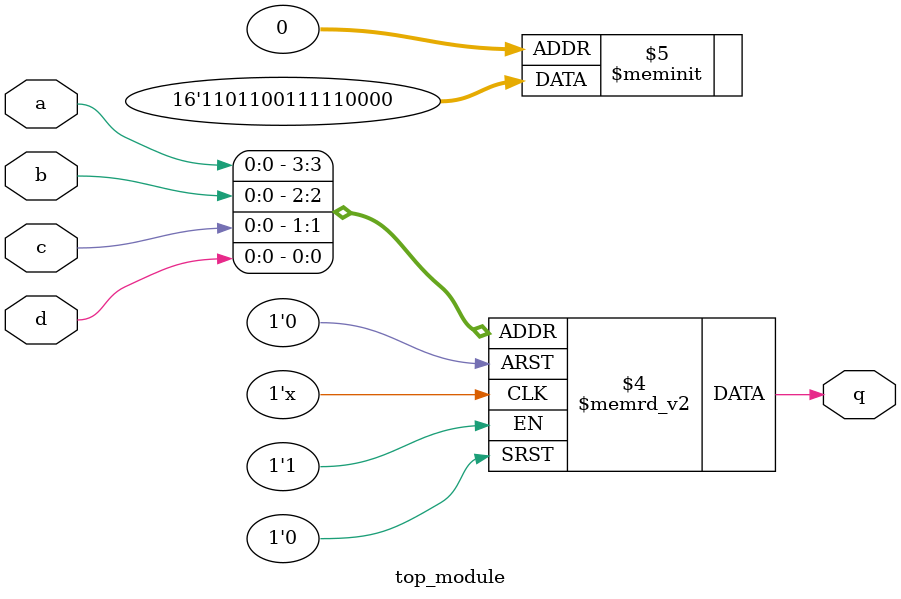
<source format=sv>
module top_module (
    input a, 
    input b, 
    input c, 
    input d,
    output reg q
);

    always @(*) begin
        case({a, b, c, d})
            4'b0000: q = 1'b0;
            4'b0001: q = 1'b0;
            4'b0010: q = 1'b0; // Update
            4'b0011: q = 1'b0;
            4'b0100: q = 1'b1; // Update
            4'b0101: q = 1'b1;
            4'b0110: q = 1'b1;
            4'b0111: q = 1'b1;
            4'b1000: q = 1'b1;
            4'b1001: q = 1'b0;
            4'b1010: q = 1'b0;
            4'b1011: q = 1'b1;
            4'b1100: q = 1'b1; // Update
            4'b1101: q = 1'b0; // Update
            4'b1110: q = 1'b1;
            4'b1111: q = 1'b1;
            default: q = 1'b0;
        endcase
    end
    
endmodule

</source>
